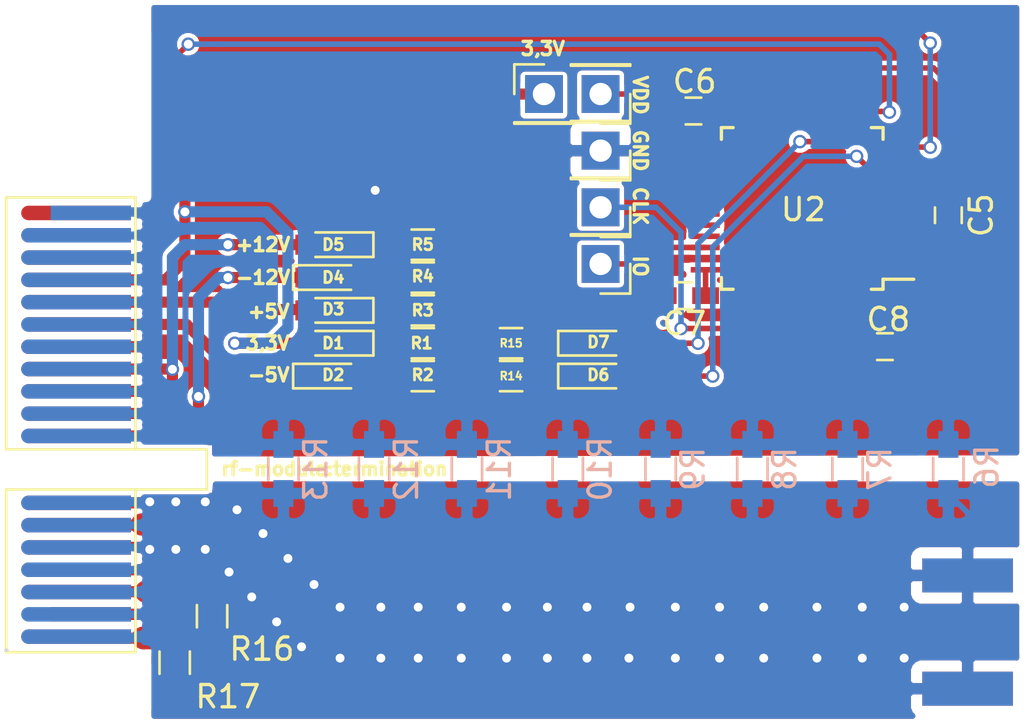
<source format=kicad_pcb>
(kicad_pcb (version 4) (host pcbnew 4.0.7)
  (layers (0 F.Cu signal) (31 B.Cu signal) (34 B.Paste user) (35 F.Paste user) (36 B.SilkS user) (37 F.SilkS user) (38 B.Mask user) (39 F.Mask user) (44 Edge.Cuts user))
  (net 0 "")
  (net 1 /+5V)
  (net 2 GND)
  (net 3 "Net-(D1-Pad1)")
  (net 4 /3,3V)
  (net 5 /-5V)
  (net 6 "Net-(D2-Pad2)")
  (net 7 "Net-(D3-Pad1)")
  (net 8 /-12V)
  (net 9 "Net-(D4-Pad2)")
  (net 10 "Net-(D5-Pad1)")
  (net 11 /+12V)
  (net 12 "Net-(D6-Pad1)")
  (net 13 "Net-(D6-Pad2)")
  (net 14 "Net-(D7-Pad1)")
  (net 15 "Net-(D7-Pad2)")
  (net 16 /RF-SIGNAL)
  (net 17 /RF-GND)
  (net 18 /RX-PC)
  (net 19 /TX-PC)
  (net 20 /REF)
  (net 21 /AUX)
  (net 22 /VDD)
  (net 23 "Net-(U2-Pad1)")
  (net 24 "Net-(U2-Pad2)")
  (net 25 "Net-(U2-Pad3)")
  (net 26 "Net-(U2-Pad4)")
  (net 27 "Net-(U2-Pad5)")
  (net 28 "Net-(U2-Pad6)")
  (net 29 "Net-(U2-Pad14)")
  (net 30 "Net-(U2-Pad15)")
  (net 31 "Net-(U2-Pad16)")
  (net 32 "Net-(U2-Pad17)")
  (net 33 "Net-(U2-Pad18)")
  (net 34 "Net-(U2-Pad19)")
  (net 35 "Net-(U2-Pad21)")
  (net 36 "Net-(U2-Pad22)")
  (net 37 "Net-(U2-Pad25)")
  (net 38 "Net-(U2-Pad26)")
  (net 39 "Net-(U2-Pad27)")
  (net 40 "Net-(U2-Pad28)")
  (net 41 "Net-(U2-Pad29)")
  (net 42 "Net-(U2-Pad32)")
  (net 43 "Net-(U2-Pad33)")
  (net 44 "Net-(U2-Pad38)")
  (net 45 "Net-(U2-Pad39)")
  (net 46 "Net-(U2-Pad40)")
  (net 47 "Net-(U2-Pad41)")
  (net 48 "Net-(U2-Pad42)")
  (net 49 "Net-(U2-Pad43)")
  (net 50 "Net-(U2-Pad45)")
  (net 51 "Net-(U2-Pad46)")
  (net 52 /SWDIO)
  (net 53 /SWCLK)
  (net 54 "Net-(U2-Pad30)")
  (net 55 "Net-(U2-Pad31)")
  (module Resistors_SMD:R_0603_HandSoldering (layer B.Cu) (at 165.1 113.2332 90)
    (fp_text reference R6 (at 0.1016 1.7272 90) (layer B.SilkS) (effects (justify mirror)))
    (fp_text value R)
    (pad 1 smd rect (at -1.1 0 90) (size 1.2 0.9) (layers B.Cu B.Paste B.Mask) (net 17 /RF-GND))
    (pad 2 smd rect (at 1.1 0 90) (size 1.2 0.9) (layers B.Cu B.Paste B.Mask) (net 2 GND))
  )
  (module LEDs:LED_0603_HandSoldering (layer F.Cu) (at 137.5156 107.5944 180)
    (fp_text reference D1 (at 0 0 180) (layer F.SilkS) (effects (font (size 0.5 0.5) (thickness 0.125))))
    (fp_text value "LED gelb")
    (pad 1 smd rect (at -1.1 0 180) (size 1.2 0.9) (layers F.Cu F.Paste F.Mask) (net 3 "Net-(D1-Pad1)"))
    (pad 2 smd rect (at 1.1 0 180) (size 1.2 0.9) (layers F.Cu F.Paste F.Mask) (net 4 /3,3V))
  )
  (module LEDs:LED_0603_HandSoldering (layer F.Cu) (at 137.5156 109.0676)
    (fp_text reference D2 (at 0 -0.0508) (layer F.SilkS) (effects (font (size 0.5 0.5) (thickness 0.125))))
    (fp_text value "LED rot")
    (pad 1 smd rect (at -1.1 0) (size 1.2 0.9) (layers F.Cu F.Paste F.Mask) (net 5 /-5V))
    (pad 2 smd rect (at 1.1 0) (size 1.2 0.9) (layers F.Cu F.Paste F.Mask) (net 6 "Net-(D2-Pad2)"))
  )
  (module LEDs:LED_0603_HandSoldering (layer F.Cu) (at 137.5156 106.1212 180)
    (fp_text reference D3 (at 0 0.0508 180) (layer F.SilkS) (effects (font (size 0.5 0.5) (thickness 0.125))))
    (fp_text value "LED grün")
    (pad 1 smd rect (at -1.1 0 180) (size 1.2 0.9) (layers F.Cu F.Paste F.Mask) (net 7 "Net-(D3-Pad1)"))
    (pad 2 smd rect (at 1.1 0 180) (size 1.2 0.9) (layers F.Cu F.Paste F.Mask) (net 1 /+5V))
  )
  (module LEDs:LED_0603_HandSoldering (layer F.Cu) (at 137.5156 104.648)
    (fp_text reference D4 (at 0 0) (layer F.SilkS) (effects (font (size 0.5 0.5) (thickness 0.125))))
    (fp_text value "LED rot")
    (pad 1 smd rect (at -1.1 0) (size 1.2 0.9) (layers F.Cu F.Paste F.Mask) (net 8 /-12V))
    (pad 2 smd rect (at 1.1 0) (size 1.2 0.9) (layers F.Cu F.Paste F.Mask) (net 9 "Net-(D4-Pad2)"))
  )
  (module LEDs:LED_0603_HandSoldering (layer F.Cu) (at 137.5156 103.1748 180)
    (fp_text reference D5 (at 0 0 180) (layer F.SilkS) (effects (font (size 0.5 0.5) (thickness 0.125))))
    (fp_text value "LED grün")
    (pad 1 smd rect (at -1.1 0 180) (size 1.2 0.9) (layers F.Cu F.Paste F.Mask) (net 10 "Net-(D5-Pad1)"))
    (pad 2 smd rect (at 1.1 0 180) (size 1.2 0.9) (layers F.Cu F.Paste F.Mask) (net 11 /+12V))
  )
  (module LEDs:LED_0603_HandSoldering (layer F.Cu) (at 149.4028 109.0676)
    (fp_text reference D6 (at 0 -0.0508) (layer F.SilkS) (effects (font (size 0.5 0.5) (thickness 0.125))))
    (fp_text value "LED rot")
    (pad 1 smd rect (at -1.1 0) (size 1.2 0.9) (layers F.Cu F.Paste F.Mask) (net 12 "Net-(D6-Pad1)"))
    (pad 2 smd rect (at 1.1 0) (size 1.2 0.9) (layers F.Cu F.Paste F.Mask) (net 13 "Net-(D6-Pad2)"))
  )
  (module LEDs:LED_0603_HandSoldering (layer F.Cu) (at 149.4028 107.5944)
    (fp_text reference D7 (at 0 -0.0508) (layer F.SilkS) (effects (font (size 0.5 0.5) (thickness 0.125))))
    (fp_text value "LED grün")
    (pad 1 smd rect (at -1.1 0) (size 1.2 0.9) (layers F.Cu F.Paste F.Mask) (net 14 "Net-(D7-Pad1)"))
    (pad 2 smd rect (at 1.1 0) (size 1.2 0.9) (layers F.Cu F.Paste F.Mask) (net 15 "Net-(D7-Pad2)"))
  )
  (module Connectors:PCI-EXPRESS (layer F.Cu) (at 126.6444 101.7524 270)
    (fp_text reference J2 hide)
    (fp_text value PCIx136p)
    (pad "" connect circle (at 19 2.8 270) (size 0.65 0.65) (layers F.Cu F.Mask))
    (pad B1 connect rect (at 0 0.5 270) (size 0.65 4.6) (layers F.Cu F.Mask) (net 18 /RX-PC))
    (pad B2 connect rect (at 1 0.5 270) (size 0.65 4.6) (layers F.Cu F.Mask) (net 19 /TX-PC))
    (pad B3 connect rect (at 2 0.5 270) (size 0.65 4.6) (layers F.Cu F.Mask) (net 2 GND))
    (pad B4 connect rect (at 3 0.5 270) (size 0.65 4.6) (layers F.Cu F.Mask) (net 4 /3,3V))
    (pad B5 connect rect (at 4 0.5 270) (size 0.65 4.6) (layers F.Cu F.Mask) (net 1 /+5V))
    (pad B6 connect rect (at 5 0.5 270) (size 0.65 4.6) (layers F.Cu F.Mask) (net 5 /-5V))
    (pad B7 connect rect (at 6 0.5 270) (size 0.65 4.6) (layers F.Cu F.Mask) (net 2 GND))
    (pad B8 connect rect (at 7 0.5 270) (size 0.65 4.6) (layers F.Cu F.Mask) (net 11 /+12V))
    (pad B9 connect rect (at 8 0.5 270) (size 0.65 4.6) (layers F.Cu F.Mask) (net 11 /+12V))
    (pad B10 connect rect (at 9 0.5 270) (size 0.65 4.6) (layers F.Cu F.Mask) (net 8 /-12V))
    (pad B11 connect rect (at 10 0.5 270) (size 0.65 4.6) (layers F.Cu F.Mask) (net 8 /-12V))
    (pad B14 connect rect (at 15 0.5 270) (size 0.65 4.6) (layers F.Cu F.Mask) (net 17 /RF-GND))
    (pad B15 connect rect (at 16 0.5 270) (size 0.65 4.6) (layers F.Cu F.Mask) (net 17 /RF-GND))
    (pad B16 connect rect (at 17 0.5 270) (size 0.65 4.6) (layers F.Cu F.Mask) (net 20 /REF))
    (pad B17 connect rect (at 18 0 270) (size 0.65 3.6) (layers F.Cu F.Mask) (net 17 /RF-GND))
    (pad B18 connect rect (at 19 0.5 270) (size 0.65 4.6) (layers F.Cu F.Mask) (net 21 /AUX))
    (pad B12 connect rect (at 13 0.5 270) (size 0.65 4.6) (layers F.Cu F.Mask) (net 17 /RF-GND))
    (pad B13 connect rect (at 14 0.5 270) (size 0.65 4.6) (layers F.Cu F.Mask) (net 16 /RF-SIGNAL))
    (pad A1 connect rect (at 0 0 270) (size 0.65 3.6) (layers B.Cu B.Mask) (net 2 GND))
    (pad A2 connect rect (at 1 0.5 270) (size 0.65 4.6) (layers B.Cu B.Mask) (net 2 GND))
    (pad A3 connect rect (at 2 0.5 270) (size 0.65 4.6) (layers B.Cu B.Mask) (net 2 GND))
    (pad A4 connect rect (at 3 0.5 270) (size 0.65 4.6) (layers B.Cu B.Mask) (net 2 GND))
    (pad A5 connect rect (at 4 0.5 270) (size 0.65 4.6) (layers B.Cu B.Mask) (net 2 GND))
    (pad A6 connect rect (at 5 0.5 270) (size 0.65 4.6) (layers B.Cu B.Mask) (net 2 GND))
    (pad A7 connect rect (at 6 0.5 270) (size 0.65 4.6) (layers B.Cu B.Mask) (net 2 GND))
    (pad A8 connect rect (at 7 0.5 270) (size 0.65 4.6) (layers B.Cu B.Mask) (net 2 GND))
    (pad A9 connect rect (at 8 0.5 270) (size 0.65 4.6) (layers B.Cu B.Mask) (net 2 GND))
    (pad A10 connect rect (at 9 0.5 270) (size 0.65 4.6) (layers B.Cu B.Mask) (net 2 GND))
    (pad A11 connect rect (at 10 0.5 270) (size 0.65 4.6) (layers B.Cu B.Mask) (net 2 GND))
    (pad A14 connect rect (at 15 0.5 270) (size 0.65 4.6) (layers B.Cu B.Mask) (net 17 /RF-GND))
    (pad A15 connect rect (at 16 0.5 270) (size 0.65 4.6) (layers B.Cu B.Mask) (net 17 /RF-GND))
    (pad A16 connect rect (at 17 0.5 270) (size 0.65 4.6) (layers B.Cu B.Mask) (net 17 /RF-GND))
    (pad A17 connect rect (at 18 0.5 270) (size 0.65 4.6) (layers B.Cu B.Mask) (net 17 /RF-GND))
    (pad A18 connect rect (at 19 0.5 270) (size 0.65 4.6) (layers B.Cu B.Mask) (net 17 /RF-GND))
    (pad A12 connect rect (at 13 0.5 270) (size 0.65 4.6) (layers B.Cu B.Mask) (net 17 /RF-GND))
    (pad A13 connect rect (at 14 0.5 270) (size 0.65 4.6) (layers B.Cu B.Mask) (net 17 /RF-GND))
    (pad "" connect circle (at 2 2.8 270) (size 0.65 0.65) (layers F.Cu F.Mask))
    (pad "" connect circle (at 3 2.8 270) (size 0.65 0.65) (layers F.Cu F.Mask))
    (pad "" connect circle (at 4 2.8 270) (size 0.65 0.65) (layers F.Cu F.Mask))
    (pad "" connect circle (at 5 2.8 270) (size 0.65 0.65) (layers F.Cu F.Mask))
    (pad "" connect circle (at 6 2.8 270) (size 0.65 0.65) (layers F.Cu F.Mask))
    (pad "" connect circle (at 7 2.8 270) (size 0.65 0.65) (layers F.Cu F.Mask))
    (pad "" connect circle (at 8 2.8 270) (size 0.65 0.65) (layers F.Cu F.Mask))
    (pad "" connect circle (at 9 2.8 270) (size 0.65 0.65) (layers F.Cu F.Mask))
    (pad "" connect circle (at 10 2.8 270) (size 0.65 0.65) (layers F.Cu F.Mask))
    (pad "" connect circle (at 0 2.8 270) (size 0.65 0.65) (layers F.Cu F.Mask))
    (pad "" connect circle (at 13 2.8 270) (size 0.65 0.65) (layers F.Cu F.Mask))
    (pad "" connect circle (at 14 2.8 270) (size 0.65 0.65) (layers F.Cu F.Mask))
    (pad "" connect circle (at 15 2.8 270) (size 0.65 0.65) (layers F.Cu F.Mask))
    (pad "" connect circle (at 16 2.8 270) (size 0.65 0.65) (layers F.Cu F.Mask))
    (pad "" connect circle (at 17 2.8 270) (size 0.65 0.65) (layers F.Cu F.Mask))
    (pad "" connect circle (at 1 2.8 270) (size 0.65 0.65) (layers F.Cu F.Mask))
    (pad "" connect oval (at 3 2.8) (size 0.65 0.65) (layers B.Cu B.Mask))
    (pad "" connect oval (at 4 2.8) (size 0.65 0.65) (layers B.Cu B.Mask))
    (pad "" connect oval (at 5 2.8) (size 0.65 0.65) (layers B.Cu B.Mask))
    (pad "" connect oval (at 6 2.8) (size 0.65 0.65) (layers B.Cu B.Mask))
    (pad "" connect oval (at 7 2.8) (size 0.65 0.65) (layers B.Cu B.Mask))
    (pad "" connect oval (at 8 2.8) (size 0.65 0.65) (layers B.Cu B.Mask))
    (pad "" connect oval (at 9 2.8) (size 0.65 0.65) (layers B.Cu B.Mask))
    (pad "" connect oval (at 15 2.8) (size 0.65 0.65) (layers B.Cu B.Mask))
    (pad "" connect oval (at 16 2.8) (size 0.65 0.65) (layers B.Cu B.Mask))
    (pad "" connect oval (at 2 2.8) (size 0.65 0.65) (layers B.Cu B.Mask))
    (pad "" connect oval (at 14 2.8) (size 0.65 0.65) (layers B.Cu B.Mask))
    (pad "" connect oval (at 17 2.8) (size 0.65 0.65) (layers B.Cu B.Mask))
    (pad "" connect oval (at 10 2.8) (size 0.65 0.65) (layers B.Cu B.Mask))
    (pad "" connect oval (at 13 2.8) (size 0.65 0.65) (layers B.Cu B.Mask))
    (pad "" connect oval (at 18 2.8) (size 0.65 0.65) (layers B.Cu B.Mask))
    (pad "" connect oval (at 19 2.8) (size 0.65 0.65) (layers B.Cu B.Mask))
    (pad "" connect oval (at 1 2.8) (size 0.65 0.65) (layers B.Cu B.Mask))
  )
  (module Pin_Headers:Pin_Header_Straight_1x01_Pitch2.54mm (layer F.Cu) (at 149.5044 104.0384 180)
    (fp_text reference J3 hide)
    (fp_text value Conn_01x01)
    (pad 1 thru_hole rect (at 0 0 180) (size 1.7 1.7) (drill 1) (layers *.Cu *.Mask) (net 52 /SWDIO))
  )
  (module Pin_Headers:Pin_Header_Straight_1x01_Pitch2.54mm (layer F.Cu) (at 149.5044 101.4984 180)
    (fp_text reference J4 hide)
    (fp_text value Conn_01x01)
    (pad 1 thru_hole rect (at 0 0 180) (size 1.7 1.7) (drill 1) (layers *.Cu *.Mask) (net 53 /SWCLK))
  )
  (module Pin_Headers:Pin_Header_Straight_1x01_Pitch2.54mm (layer F.Cu) (at 149.5044 96.4184 180)
    (fp_text reference J5 hide)
    (fp_text value Conn_01x01)
    (pad 1 thru_hole rect (at 0 0 180) (size 1.7 1.7) (drill 1) (layers *.Cu *.Mask) (net 22 /VDD))
  )
  (module Pin_Headers:Pin_Header_Straight_1x01_Pitch2.54mm (layer F.Cu) (at 149.5044 98.9584 180)
    (fp_text reference J6 hide)
    (fp_text value Conn_01x01)
    (pad 1 thru_hole rect (at 0 0 180) (size 1.7 1.7) (drill 1) (layers *.Cu *.Mask) (net 2 GND))
  )
  (module Resistors_SMD:R_0603_HandSoldering (layer F.Cu) (at 141.5288 107.5944 180)
    (fp_text reference R1 (at 0.0508 0 180) (layer F.SilkS) (effects (font (size 0.5 0.5) (thickness 0.125))))
    (fp_text value 120)
    (pad 1 smd rect (at -1.1 0 180) (size 1.2 0.9) (layers F.Cu F.Paste F.Mask) (net 2 GND))
    (pad 2 smd rect (at 1.1 0 180) (size 1.2 0.9) (layers F.Cu F.Paste F.Mask) (net 3 "Net-(D1-Pad1)"))
  )
  (module Resistors_SMD:R_0603_HandSoldering (layer F.Cu) (at 141.5288 109.0676 180)
    (fp_text reference R2 (at 0 0.0508 180) (layer F.SilkS) (effects (font (size 0.5 0.5) (thickness 0.125))))
    (fp_text value 300)
    (pad 1 smd rect (at -1.1 0 180) (size 1.2 0.9) (layers F.Cu F.Paste F.Mask) (net 2 GND))
    (pad 2 smd rect (at 1.1 0 180) (size 1.2 0.9) (layers F.Cu F.Paste F.Mask) (net 6 "Net-(D2-Pad2)"))
  )
  (module Resistors_SMD:R_0603_HandSoldering (layer F.Cu) (at 141.5288 106.1212 180)
    (fp_text reference R3 (at 0 0 180) (layer F.SilkS) (effects (font (size 0.5 0.5) (thickness 0.125))))
    (fp_text value 300)
    (pad 1 smd rect (at -1.1 0 180) (size 1.2 0.9) (layers F.Cu F.Paste F.Mask) (net 2 GND))
    (pad 2 smd rect (at 1.1 0 180) (size 1.2 0.9) (layers F.Cu F.Paste F.Mask) (net 7 "Net-(D3-Pad1)"))
  )
  (module Resistors_SMD:R_0603_HandSoldering (layer F.Cu) (at 141.5288 104.648 180)
    (fp_text reference R4 (at 0 0.0508 180) (layer F.SilkS) (effects (font (size 0.5 0.5) (thickness 0.125))))
    (fp_text value 1k)
    (pad 1 smd rect (at -1.1 0 180) (size 1.2 0.9) (layers F.Cu F.Paste F.Mask) (net 2 GND))
    (pad 2 smd rect (at 1.1 0 180) (size 1.2 0.9) (layers F.Cu F.Paste F.Mask) (net 9 "Net-(D4-Pad2)"))
  )
  (module Resistors_SMD:R_0603_HandSoldering (layer F.Cu) (at 141.5288 103.1748 180)
    (fp_text reference R5 (at 0 0 180) (layer F.SilkS) (effects (font (size 0.5 0.5) (thickness 0.125))))
    (fp_text value 1k)
    (pad 1 smd rect (at -1.1 0 180) (size 1.2 0.9) (layers F.Cu F.Paste F.Mask) (net 2 GND))
    (pad 2 smd rect (at 1.1 0 180) (size 1.2 0.9) (layers F.Cu F.Paste F.Mask) (net 10 "Net-(D5-Pad1)"))
  )
  (module Resistors_SMD:R_0603_HandSoldering (layer B.Cu) (at 160.5788 113.2332 90)
    (fp_text reference R7 (at 0 1.45 90) (layer B.SilkS) (effects (justify mirror)))
    (fp_text value R)
    (pad 1 smd rect (at -1.1 0 90) (size 1.2 0.9) (layers B.Cu B.Paste B.Mask) (net 17 /RF-GND))
    (pad 2 smd rect (at 1.1 0 90) (size 1.2 0.9) (layers B.Cu B.Paste B.Mask) (net 2 GND))
  )
  (module Resistors_SMD:R_0603_HandSoldering (layer B.Cu) (at 156.3116 113.2332 90)
    (fp_text reference R8 (at 0 1.45 90) (layer B.SilkS) (effects (justify mirror)))
    (fp_text value R)
    (pad 1 smd rect (at -1.1 0 90) (size 1.2 0.9) (layers B.Cu B.Paste B.Mask) (net 17 /RF-GND))
    (pad 2 smd rect (at 1.1 0 90) (size 1.2 0.9) (layers B.Cu B.Paste B.Mask) (net 2 GND))
  )
  (module Resistors_SMD:R_0603_HandSoldering (layer B.Cu) (at 152.1968 113.2332 90)
    (fp_text reference R9 (at 0 1.45 90) (layer B.SilkS) (effects (justify mirror)))
    (fp_text value R)
    (pad 1 smd rect (at -1.1 0 90) (size 1.2 0.9) (layers B.Cu B.Paste B.Mask) (net 17 /RF-GND))
    (pad 2 smd rect (at 1.1 0 90) (size 1.2 0.9) (layers B.Cu B.Paste B.Mask) (net 2 GND))
  )
  (module Resistors_SMD:R_0603_HandSoldering (layer B.Cu) (at 148.0312 113.2332 90)
    (fp_text reference R10 (at 0 1.45 90) (layer B.SilkS) (effects (justify mirror)))
    (fp_text value R)
    (pad 1 smd rect (at -1.1 0 90) (size 1.2 0.9) (layers B.Cu B.Paste B.Mask) (net 17 /RF-GND))
    (pad 2 smd rect (at 1.1 0 90) (size 1.2 0.9) (layers B.Cu B.Paste B.Mask) (net 2 GND))
  )
  (module Resistors_SMD:R_0603_HandSoldering (layer B.Cu) (at 143.51 113.2332 90)
    (fp_text reference R11 (at 0 1.45 90) (layer B.SilkS) (effects (justify mirror)))
    (fp_text value R)
    (pad 1 smd rect (at -1.1 0 90) (size 1.2 0.9) (layers B.Cu B.Paste B.Mask) (net 17 /RF-GND))
    (pad 2 smd rect (at 1.1 0 90) (size 1.2 0.9) (layers B.Cu B.Paste B.Mask) (net 2 GND))
  )
  (module Resistors_SMD:R_0603_HandSoldering (layer B.Cu) (at 139.3444 113.2332 90)
    (fp_text reference R12 (at 0 1.45 90) (layer B.SilkS) (effects (justify mirror)))
    (fp_text value R)
    (pad 1 smd rect (at -1.1 0 90) (size 1.2 0.9) (layers B.Cu B.Paste B.Mask) (net 17 /RF-GND))
    (pad 2 smd rect (at 1.1 0 90) (size 1.2 0.9) (layers B.Cu B.Paste B.Mask) (net 2 GND))
  )
  (module Resistors_SMD:R_0603_HandSoldering (layer B.Cu) (at 135.2804 113.2332 90)
    (fp_text reference R13 (at 0 1.45 90) (layer B.SilkS) (effects (justify mirror)))
    (fp_text value R)
    (pad 1 smd rect (at -1.1 0 90) (size 1.2 0.9) (layers B.Cu B.Paste B.Mask) (net 17 /RF-GND))
    (pad 2 smd rect (at 1.1 0 90) (size 1.2 0.9) (layers B.Cu B.Paste B.Mask) (net 2 GND))
  )
  (module Resistors_SMD:R_0603_HandSoldering (layer F.Cu) (at 145.4912 109.0676)
    (fp_text reference R14 (at 0 0) (layer F.SilkS) (effects (font (size 0.35 0.35) (thickness 0.0875))))
    (fp_text value 110)
    (pad 1 smd rect (at -1.1 0) (size 1.2 0.9) (layers F.Cu F.Paste F.Mask) (net 2 GND))
    (pad 2 smd rect (at 1.1 0) (size 1.2 0.9) (layers F.Cu F.Paste F.Mask) (net 12 "Net-(D6-Pad1)"))
  )
  (module Resistors_SMD:R_0603_HandSoldering (layer F.Cu) (at 145.4912 107.5944)
    (fp_text reference R15 (at 0 0) (layer F.SilkS) (effects (font (size 0.35 0.35) (thickness 0.0875))))
    (fp_text value 130)
    (pad 1 smd rect (at -1.1 0) (size 1.2 0.9) (layers F.Cu F.Paste F.Mask) (net 2 GND))
    (pad 2 smd rect (at 1.1 0) (size 1.2 0.9) (layers F.Cu F.Paste F.Mask) (net 14 "Net-(D7-Pad1)"))
  )
  (module uC:LQFP-48_7x7mm_Pitch0.5mm (layer F.Cu) (at 158.5468 101.5492 180)
    (fp_text reference U2 (at -0.0508 -0.0508 180) (layer F.SilkS))
    (fp_text value STM32-48PIN)
    (pad 1 smd rect (at -4.35 -2.75 180) (size 1.3 0.25) (layers F.Cu F.Paste F.Mask) (net 23 "Net-(U2-Pad1)"))
    (pad 2 smd rect (at -4.35 -2.25 180) (size 1.3 0.25) (layers F.Cu F.Paste F.Mask) (net 24 "Net-(U2-Pad2)"))
    (pad 3 smd rect (at -4.35 -1.75 180) (size 1.3 0.25) (layers F.Cu F.Paste F.Mask) (net 25 "Net-(U2-Pad3)"))
    (pad 4 smd rect (at -4.35 -1.25 180) (size 1.3 0.25) (layers F.Cu F.Paste F.Mask) (net 26 "Net-(U2-Pad4)"))
    (pad 5 smd rect (at -4.35 -0.75 180) (size 1.3 0.25) (layers F.Cu F.Paste F.Mask) (net 27 "Net-(U2-Pad5)"))
    (pad 6 smd rect (at -4.35 -0.25 180) (size 1.3 0.25) (layers F.Cu F.Paste F.Mask) (net 28 "Net-(U2-Pad6)"))
    (pad 7 smd rect (at -4.35 0.25 180) (size 1.3 0.25) (layers F.Cu F.Paste F.Mask) (net 22 /VDD))
    (pad 8 smd rect (at -4.35 0.75 180) (size 1.3 0.25) (layers F.Cu F.Paste F.Mask) (net 2 GND))
    (pad 9 smd rect (at -4.35 1.25 180) (size 1.3 0.25) (layers F.Cu F.Paste F.Mask) (net 22 /VDD))
    (pad 10 smd rect (at -4.35 1.75 180) (size 1.3 0.25) (layers F.Cu F.Paste F.Mask) (net 13 "Net-(D6-Pad2)"))
    (pad 11 smd rect (at -4.35 2.25 180) (size 1.3 0.25) (layers F.Cu F.Paste F.Mask) (net 15 "Net-(D7-Pad2)"))
    (pad 12 smd rect (at -4.35 2.75 180) (size 1.3 0.25) (layers F.Cu F.Paste F.Mask) (net 18 /RX-PC))
    (pad 13 smd rect (at -2.75 4.35 270) (size 1.3 0.25) (layers F.Cu F.Paste F.Mask) (net 19 /TX-PC))
    (pad 14 smd rect (at -2.25 4.35 270) (size 1.3 0.25) (layers F.Cu F.Paste F.Mask) (net 29 "Net-(U2-Pad14)"))
    (pad 15 smd rect (at -1.75 4.35 270) (size 1.3 0.25) (layers F.Cu F.Paste F.Mask) (net 30 "Net-(U2-Pad15)"))
    (pad 16 smd rect (at -1.25 4.35 270) (size 1.3 0.25) (layers F.Cu F.Paste F.Mask) (net 31 "Net-(U2-Pad16)"))
    (pad 17 smd rect (at -0.75 4.35 270) (size 1.3 0.25) (layers F.Cu F.Paste F.Mask) (net 32 "Net-(U2-Pad17)"))
    (pad 18 smd rect (at -0.25 4.35 270) (size 1.3 0.25) (layers F.Cu F.Paste F.Mask) (net 33 "Net-(U2-Pad18)"))
    (pad 19 smd rect (at 0.25 4.35 270) (size 1.3 0.25) (layers F.Cu F.Paste F.Mask) (net 34 "Net-(U2-Pad19)"))
    (pad 20 smd rect (at 0.75 4.35 270) (size 1.3 0.25) (layers F.Cu F.Paste F.Mask) (net 2 GND))
    (pad 21 smd rect (at 1.25 4.35 270) (size 1.3 0.25) (layers F.Cu F.Paste F.Mask) (net 35 "Net-(U2-Pad21)"))
    (pad 22 smd rect (at 1.75 4.35 270) (size 1.3 0.25) (layers F.Cu F.Paste F.Mask) (net 36 "Net-(U2-Pad22)"))
    (pad 23 smd rect (at 2.25 4.35 270) (size 1.3 0.25) (layers F.Cu F.Paste F.Mask) (net 2 GND))
    (pad 24 smd rect (at 2.75 4.35 270) (size 1.3 0.25) (layers F.Cu F.Paste F.Mask) (net 22 /VDD))
    (pad 25 smd rect (at 4.35 2.75 180) (size 1.3 0.25) (layers F.Cu F.Paste F.Mask) (net 37 "Net-(U2-Pad25)"))
    (pad 26 smd rect (at 4.35 2.25 180) (size 1.3 0.25) (layers F.Cu F.Paste F.Mask) (net 38 "Net-(U2-Pad26)"))
    (pad 27 smd rect (at 4.35 1.75 180) (size 1.3 0.25) (layers F.Cu F.Paste F.Mask) (net 39 "Net-(U2-Pad27)"))
    (pad 28 smd rect (at 4.35 1.25 180) (size 1.3 0.25) (layers F.Cu F.Paste F.Mask) (net 40 "Net-(U2-Pad28)"))
    (pad 29 smd rect (at 4.35 0.75 180) (size 1.3 0.25) (layers F.Cu F.Paste F.Mask) (net 41 "Net-(U2-Pad29)"))
    (pad 30 smd rect (at 4.35 0.25 180) (size 1.3 0.25) (layers F.Cu F.Paste F.Mask) (net 54 "Net-(U2-Pad30)"))
    (pad 31 smd rect (at 4.35 -0.25 180) (size 1.3 0.25) (layers F.Cu F.Paste F.Mask) (net 55 "Net-(U2-Pad31)"))
    (pad 32 smd rect (at 4.35 -0.75 180) (size 1.3 0.25) (layers F.Cu F.Paste F.Mask) (net 42 "Net-(U2-Pad32)"))
    (pad 33 smd rect (at 4.35 -1.25 180) (size 1.3 0.25) (layers F.Cu F.Paste F.Mask) (net 43 "Net-(U2-Pad33)"))
    (pad 34 smd rect (at 4.35 -1.75 180) (size 1.3 0.25) (layers F.Cu F.Paste F.Mask) (net 52 /SWDIO))
    (pad 35 smd rect (at 4.35 -2.25 180) (size 1.3 0.25) (layers F.Cu F.Paste F.Mask) (net 2 GND))
    (pad 36 smd rect (at 4.35 -2.75 180) (size 1.3 0.25) (layers F.Cu F.Paste F.Mask) (net 22 /VDD))
    (pad 37 smd rect (at 2.75 -4.35 270) (size 1.3 0.25) (layers F.Cu F.Paste F.Mask) (net 53 /SWCLK))
    (pad 38 smd rect (at 2.25 -4.35 270) (size 1.3 0.25) (layers F.Cu F.Paste F.Mask) (net 44 "Net-(U2-Pad38)"))
    (pad 39 smd rect (at 1.75 -4.35 270) (size 1.3 0.25) (layers F.Cu F.Paste F.Mask) (net 45 "Net-(U2-Pad39)"))
    (pad 40 smd rect (at 1.25 -4.35 270) (size 1.3 0.25) (layers F.Cu F.Paste F.Mask) (net 46 "Net-(U2-Pad40)"))
    (pad 41 smd rect (at 0.75 -4.35 270) (size 1.3 0.25) (layers F.Cu F.Paste F.Mask) (net 47 "Net-(U2-Pad41)"))
    (pad 42 smd rect (at 0.25 -4.35 270) (size 1.3 0.25) (layers F.Cu F.Paste F.Mask) (net 48 "Net-(U2-Pad42)"))
    (pad 43 smd rect (at -0.25 -4.35 270) (size 1.3 0.25) (layers F.Cu F.Paste F.Mask) (net 49 "Net-(U2-Pad43)"))
    (pad 44 smd rect (at -0.75 -4.35 270) (size 1.3 0.25) (layers F.Cu F.Paste F.Mask) (net 2 GND))
    (pad 45 smd rect (at -1.25 -4.35 270) (size 1.3 0.25) (layers F.Cu F.Paste F.Mask) (net 50 "Net-(U2-Pad45)"))
    (pad 46 smd rect (at -1.75 -4.35 270) (size 1.3 0.25) (layers F.Cu F.Paste F.Mask) (net 51 "Net-(U2-Pad46)"))
    (pad 47 smd rect (at -2.25 -4.35 270) (size 1.3 0.25) (layers F.Cu F.Paste F.Mask) (net 2 GND))
    (pad 48 smd rect (at -2.75 -4.35 270) (size 1.3 0.25) (layers F.Cu F.Paste F.Mask) (net 22 /VDD))
  )
  (module Capacitors_SMD:C_0603_HandSoldering (layer F.Cu) (at 165.1 101.854 90)
    (fp_text reference C5 (at 0 1.4732 90) (layer F.SilkS))
    (fp_text value 100n)
    (pad 1 smd rect (at -0.95 0 90) (size 1.2 0.75) (layers F.Cu F.Paste F.Mask) (net 22 /VDD))
    (pad 2 smd rect (at 0.95 0 90) (size 1.2 0.75) (layers F.Cu F.Paste F.Mask) (net 2 GND))
  )
  (module Capacitors_SMD:C_0603_HandSoldering (layer F.Cu) (at 153.67 97.1804 180)
    (fp_text reference C6 (at -0.0508 1.3208 180) (layer F.SilkS))
    (fp_text value 100n)
    (pad 1 smd rect (at -0.95 0 180) (size 1.2 0.75) (layers F.Cu F.Paste F.Mask) (net 22 /VDD))
    (pad 2 smd rect (at 0.95 0 180) (size 1.2 0.75) (layers F.Cu F.Paste F.Mask) (net 2 GND))
  )
  (module Capacitors_SMD:C_0603_HandSoldering (layer F.Cu) (at 153.2636 105.4608 180)
    (fp_text reference C7 (at 0 -1.25 180) (layer F.SilkS))
    (fp_text value 100n)
    (pad 1 smd rect (at -0.95 0 180) (size 1.2 0.75) (layers F.Cu F.Paste F.Mask) (net 22 /VDD))
    (pad 2 smd rect (at 0.95 0 180) (size 1.2 0.75) (layers F.Cu F.Paste F.Mask) (net 2 GND))
  )
  (module Capacitors_SMD:C_0603_HandSoldering (layer F.Cu) (at 162.2552 107.7468)
    (fp_text reference C8 (at 0.1524 -1.2192) (layer F.SilkS))
    (fp_text value 100n)
    (pad 1 smd rect (at -0.95 0) (size 1.2 0.75) (layers F.Cu F.Paste F.Mask) (net 22 /VDD))
    (pad 2 smd rect (at 0.95 0) (size 1.2 0.75) (layers F.Cu F.Paste F.Mask) (net 2 GND))
  )
  (module Resistors_SMD:R_0603_HandSoldering (layer F.Cu) (at 132.08 119.8372 90)
    (fp_text reference R16 (at -1.4732 2.2352 180) (layer F.SilkS))
    (fp_text value 50)
    (pad 1 smd rect (at -1.1 0 90) (size 1.2 0.9) (layers F.Cu F.Paste F.Mask) (net 17 /RF-GND))
    (pad 2 smd rect (at 1.1 0 90) (size 1.2 0.9) (layers F.Cu F.Paste F.Mask) (net 20 /REF))
  )
  (module Resistors_SMD:R_0603_HandSoldering (layer F.Cu) (at 130.4036 121.92 90)
    (fp_text reference R17 (at -1.524 2.3876 180) (layer F.SilkS))
    (fp_text value 50)
    (pad 1 smd rect (at -1.1 0 90) (size 1.2 0.9) (layers F.Cu F.Paste F.Mask) (net 17 /RF-GND))
    (pad 2 smd rect (at 1.1 0 90) (size 1.2 0.9) (layers F.Cu F.Paste F.Mask) (net 21 /AUX))
  )
  (module Connector_PCIx1:CONSMAEDGE_ohne_Druck (layer F.Cu) (at 165.9636 120.5484 90)
    (fp_text reference J1 hide)
    (fp_text value Conn_Coaxial hide)
    (pad 1 smd rect (at 0 0 90) (size 1.524 4.064) (layers F.Cu F.Paste F.Mask) (net 16 /RF-SIGNAL))
    (pad 2 smd rect (at -2.54 0 90) (size 1.524 4.064) (layers F.Cu F.Paste F.Mask) (net 17 /RF-GND))
    (pad 2 smd rect (at 2.54 0 90) (size 1.524 4.064) (layers F.Cu F.Paste F.Mask) (net 17 /RF-GND))
    (pad 2 smd rect (at -2.54 0 90) (size 1.524 4.064) (layers B.Cu B.Paste B.Mask) (net 17 /RF-GND))
    (pad 2 smd rect (at 2.54 0 90) (size 1.524 4.064) (layers B.Cu B.Paste B.Mask) (net 17 /RF-GND))
  )
  (module Pin_Headers:Pin_Header_Straight_1x01_Pitch2.54mm (layer F.Cu) (at 146.9644 96.4184)
    (fp_text reference J7 hide)
    (fp_text value Conn_01x01)
    (pad 1 thru_hole rect (at 0 0) (size 1.7 1.7) (drill 1) (layers *.Cu *.Mask) (net 4 /3,3V))
  )
  (gr_text rf-module:termination (at 137.5664 113.2332) (layer F.SilkS) (effects (font (size 0.6 0.6))))
  (gr_line (start 129.1336 124.6632) (end 129.1336 121.3612) (angle 90) (layer Edge.Cuts) (width 0.001))
  (gr_line (start 168.5036 124.6632) (end 129.1336 124.6632) (angle 90) (layer Edge.Cuts) (width 0.001))
  (gr_line (start 168.5036 92.202) (end 168.5036 124.6632) (angle 90) (layer Edge.Cuts) (width 0.001))
  (gr_line (start 129.1336 92.202) (end 168.5036 92.202) (angle 90) (layer Edge.Cuts) (width 0.001))
  (gr_line (start 129.1336 95.5548) (end 129.1336 92.202) (angle 90) (layer Edge.Cuts) (width 0.001))
  (gr_line (start 131.826 112.3696) (end 131.826 114.1476) (angle 90) (layer Edge.Cuts) (width 0.001))
  (gr_line (start 129.1336 101.0412) (end 129.1336 95.5548) (angle 90) (layer Edge.Cuts) (width 0.001))
  (gr_text 3,3V (at 146.9136 94.3864) (layer F.SilkS) (effects (font (size 0.6 0.6))))
  (gr_text IO (at 151.2824 104.14 270) (layer F.SilkS) (effects (font (size 0.6 0.6))))
  (gr_text CLK (at 151.2824 101.4476 270) (layer F.SilkS) (effects (font (size 0.6 0.6))))
  (gr_text GND (at 151.2824 98.9584 270) (layer F.SilkS) (effects (font (size 0.6 0.6))))
  (gr_text VDD (at 151.2824 96.4692 270) (layer F.SilkS) (effects (font (size 0.6 0.6))))
  (gr_text +12V (at 134.366 103.1748) (layer F.SilkS) (effects (font (size 0.6 0.6))))
  (gr_text -12V (at 134.366 104.648) (layer F.SilkS) (effects (font (size 0.6 0.6))))
  (gr_text +5V (at 134.62 106.172) (layer F.SilkS) (effects (font (size 0.6 0.6))))
  (gr_text 3,3V (at 134.5692 107.5944) (layer F.SilkS) (effects (font (size 0.6 0.6))))
  (gr_text -5V (at 134.62 109.0168) (layer F.SilkS) (effects (font (size 0.6 0.6))))
  (gr_line (start 122.8344 112.3696) (end 131.826 112.3696) (angle 90) (layer Edge.Cuts) (width 0.001))
  (gr_line (start 122.8344 101.0412) (end 122.8344 112.3696) (angle 90) (layer Edge.Cuts) (width 0.001))
  (gr_line (start 129.1336 101.0412) (end 122.8344 101.0412) (angle 90) (layer Edge.Cuts) (width 0.001))
  (gr_line (start 122.8344 114.1476) (end 122.8344 121.3612) (angle 90) (layer Edge.Cuts) (width 0.001))
  (gr_line (start 131.826 114.1476) (end 122.8344 114.1476) (angle 90) (layer Edge.Cuts) (width 0.001))
  (gr_line (start 122.8344 121.3612) (end 122.8852 121.3612) (angle 90) (layer Edge.Cuts) (width 0.15))
  (gr_line (start 129.1336 121.3612) (end 122.8852 121.3612) (angle 90) (layer Edge.Cuts) (width 0.001))
  (segment (start 152.3136 106.6648) (end 152.2984 106.68) (width 0.25) (layer F.Cu) (net 0))
  (segment (start 152.2984 106.68) (end 152.3492 106.7308) (width 0.25) (layer B.Cu) (net 0))
  (segment (start 136.378473 106.084073) (end 134.328873 106.084073) (width 0.5) (layer F.Cu) (net 1))
  (segment (start 134.328873 106.084073) (end 133.9972 105.7524) (width 0.5) (layer F.Cu) (net 1))
  (segment (start 131.7752 105.7524) (end 126.1444 105.7524) (width 0.5) (layer F.Cu) (net 1))
  (segment (start 136.378473 106.084073) (end 136.4156 106.1212) (width 0.5) (layer F.Cu) (net 1))
  (segment (start 133.9972 105.7524) (end 131.7752 105.7524) (width 0.5) (layer F.Cu) (net 1))
  (segment (start 129.6416 102.8192) (end 129.8956 102.8192) (width 0.25) (layer B.Cu) (net 2))
  (segment (start 139.3952 99.1464) (end 139.3952 100.7364) (width 0.25) (layer F.Cu) (net 2))
  (via (at 139.3952 100.7364) (size 0.6) (drill 0.4) (layers F.Cu B.Cu) (net 2))
  (segment (start 131.7244 100.7364) (end 139.3952 100.7364) (width 0.25) (layer B.Cu) (net 2))
  (segment (start 129.6416 102.8192) (end 129.2352 102.8192) (width 0.25) (layer B.Cu) (net 2))
  (segment (start 130.4544 100.7364) (end 131.7244 100.7364) (width 0.25) (layer B.Cu) (net 2))
  (segment (start 130.1496 101.0412) (end 130.4544 100.7364) (width 0.25) (layer B.Cu) (net 2))
  (segment (start 130.1496 102.5652) (end 130.1496 101.0412) (width 0.25) (layer B.Cu) (net 2))
  (segment (start 129.8956 102.8192) (end 130.1496 102.5652) (width 0.25) (layer B.Cu) (net 2))
  (segment (start 162.8968 100.7992) (end 164.9952 100.7992) (width 0.25) (layer F.Cu) (net 2))
  (segment (start 164.9952 100.7992) (end 165.1 100.904) (width 0.25) (layer F.Cu) (net 2))
  (segment (start 142.6288 101.4476) (end 142.6288 99.1464) (width 0.25) (layer F.Cu) (net 2))
  (segment (start 142.6464 99.1616) (end 142.6464 99.1464) (width 0.25) (layer F.Cu) (net 2))
  (segment (start 142.644 99.1616) (end 142.6464 99.1616) (width 0.25) (layer F.Cu) (net 2))
  (segment (start 142.6288 99.1464) (end 142.644 99.1616) (width 0.25) (layer F.Cu) (net 2))
  (segment (start 144.3912 109.0676) (end 144.3912 107.5944) (width 0.25) (layer F.Cu) (net 2))
  (segment (start 142.6288 109.0676) (end 144.3912 109.0676) (width 0.25) (layer F.Cu) (net 2))
  (segment (start 142.6288 107.5944) (end 142.6288 109.0676) (width 0.25) (layer F.Cu) (net 2))
  (segment (start 142.6288 106.1212) (end 142.6288 107.5944) (width 0.25) (layer F.Cu) (net 2))
  (segment (start 142.6288 104.648) (end 142.6288 106.1212) (width 0.25) (layer F.Cu) (net 2))
  (segment (start 142.6288 103.1748) (end 142.6288 104.648) (width 0.25) (layer F.Cu) (net 2))
  (segment (start 142.6288 101.3792) (end 142.6288 101.4476) (width 0.25) (layer F.Cu) (net 2))
  (segment (start 142.6288 101.4476) (end 142.6288 103.1748) (width 0.25) (layer F.Cu) (net 2))
  (segment (start 129.2352 110.744) (end 126.1528 110.744) (width 0.25) (layer B.Cu) (net 2))
  (segment (start 126.1528 110.744) (end 126.1444 110.7524) (width 0.25) (layer B.Cu) (net 2))
  (segment (start 129.2352 109.7788) (end 126.1708 109.7788) (width 0.25) (layer B.Cu) (net 2))
  (segment (start 126.1708 109.7788) (end 126.1444 109.7524) (width 0.25) (layer B.Cu) (net 2))
  (segment (start 129.2352 108.7628) (end 126.1548 108.7628) (width 0.25) (layer B.Cu) (net 2))
  (segment (start 126.1548 108.7628) (end 126.1444 108.7524) (width 0.25) (layer B.Cu) (net 2))
  (segment (start 129.2352 107.7468) (end 126.15 107.7468) (width 0.25) (layer B.Cu) (net 2))
  (segment (start 126.15 107.7468) (end 126.1444 107.7524) (width 0.25) (layer B.Cu) (net 2))
  (segment (start 129.2352 106.7308) (end 126.166 106.7308) (width 0.25) (layer B.Cu) (net 2))
  (segment (start 126.166 106.7308) (end 126.1444 106.7524) (width 0.25) (layer B.Cu) (net 2))
  (segment (start 129.2352 105.7656) (end 126.1576 105.7656) (width 0.25) (layer B.Cu) (net 2))
  (segment (start 126.1576 105.7656) (end 126.1444 105.7524) (width 0.25) (layer B.Cu) (net 2))
  (segment (start 129.2352 104.7496) (end 126.1472 104.7496) (width 0.25) (layer B.Cu) (net 2))
  (segment (start 126.1472 104.7496) (end 126.1444 104.7524) (width 0.25) (layer B.Cu) (net 2))
  (segment (start 129.2352 103.7844) (end 126.1764 103.7844) (width 0.25) (layer B.Cu) (net 2))
  (segment (start 126.1764 103.7844) (end 126.1444 103.7524) (width 0.25) (layer B.Cu) (net 2))
  (segment (start 129.2352 102.8192) (end 126.2112 102.8192) (width 0.25) (layer B.Cu) (net 2))
  (segment (start 126.2112 102.8192) (end 126.1444 102.7524) (width 0.25) (layer B.Cu) (net 2))
  (segment (start 126.1444 111.7524) (end 129.0904 111.7524) (width 0.25) (layer B.Cu) (net 2))
  (segment (start 129.0828 101.7524) (end 126.6444 101.7524) (width 0.25) (layer B.Cu) (net 2))
  (segment (start 129.2352 102.7684) (end 129.2352 101.9048) (width 0.25) (layer B.Cu) (net 2))
  (segment (start 129.2352 102.8192) (end 129.2352 102.7684) (width 0.25) (layer B.Cu) (net 2))
  (segment (start 129.2352 101.9048) (end 129.0828 101.7524) (width 0.25) (layer B.Cu) (net 2))
  (segment (start 129.2352 111.6076) (end 129.2352 110.744) (width 0.25) (layer B.Cu) (net 2))
  (segment (start 129.2352 110.744) (end 129.2352 109.7788) (width 0.25) (layer B.Cu) (net 2))
  (segment (start 129.2352 109.7788) (end 129.2352 108.7628) (width 0.25) (layer B.Cu) (net 2))
  (segment (start 129.2352 108.7628) (end 129.2352 107.7468) (width 0.25) (layer B.Cu) (net 2))
  (segment (start 129.2352 107.7468) (end 129.2352 106.7308) (width 0.25) (layer B.Cu) (net 2))
  (segment (start 129.2352 106.7308) (end 129.2352 105.7656) (width 0.25) (layer B.Cu) (net 2))
  (segment (start 129.2352 105.7656) (end 129.2352 104.7496) (width 0.25) (layer B.Cu) (net 2))
  (segment (start 129.2352 104.7496) (end 129.2352 103.7844) (width 0.25) (layer B.Cu) (net 2))
  (segment (start 129.2352 103.7844) (end 129.2352 102.8192) (width 0.25) (layer B.Cu) (net 2))
  (segment (start 129.0904 111.7524) (end 129.2352 111.6076) (width 0.25) (layer B.Cu) (net 2))
  (segment (start 140.8176 99.1464) (end 142.6464 99.1464) (width 0.25) (layer F.Cu) (net 2))
  (segment (start 142.6464 99.1464) (end 147.4876 99.1464) (width 0.25) (layer F.Cu) (net 2))
  (segment (start 147.4876 99.1464) (end 147.6756 98.9584) (width 0.25) (layer F.Cu) (net 2))
  (segment (start 147.6756 98.9584) (end 149.5044 98.9584) (width 0.25) (layer F.Cu) (net 2))
  (segment (start 163.2028 108.5596) (end 160.2232 108.5596) (width 0.25) (layer F.Cu) (net 2))
  (segment (start 160.7968 106.716) (end 160.7968 105.8992) (width 0.25) (layer F.Cu) (net 2))
  (segment (start 160.6296 106.8832) (end 160.7968 106.716) (width 0.25) (layer F.Cu) (net 2))
  (segment (start 160.2232 106.8832) (end 160.6296 106.8832) (width 0.25) (layer F.Cu) (net 2))
  (segment (start 159.8676 107.2388) (end 160.2232 106.8832) (width 0.25) (layer F.Cu) (net 2))
  (segment (start 159.8676 108.204) (end 159.8676 107.2388) (width 0.25) (layer F.Cu) (net 2))
  (segment (start 160.2232 108.5596) (end 159.8676 108.204) (width 0.25) (layer F.Cu) (net 2))
  (segment (start 163.2028 108.5596) (end 163.2028 107.7492) (width 0.25) (layer F.Cu) (net 2))
  (segment (start 163.2028 107.7492) (end 163.2052 107.7468) (width 0.25) (layer F.Cu) (net 2))
  (segment (start 154.1968 103.7992) (end 152.944 103.7992) (width 0.25) (layer F.Cu) (net 2))
  (segment (start 152.3136 104.4296) (end 152.3136 105.4608) (width 0.25) (layer F.Cu) (net 2))
  (segment (start 152.944 103.7992) (end 152.3136 104.4296) (width 0.25) (layer F.Cu) (net 2))
  (segment (start 152.72 98.1964) (end 151.892 98.1964) (width 0.25) (layer F.Cu) (net 2))
  (segment (start 151.892 98.1964) (end 151.13 98.9584) (width 0.25) (layer F.Cu) (net 2))
  (segment (start 151.13 98.9584) (end 149.5044 98.9584) (width 0.25) (layer F.Cu) (net 2))
  (segment (start 152.72 97.1804) (end 152.72 98.1964) (width 0.25) (layer F.Cu) (net 2))
  (segment (start 152.72 98.1964) (end 152.7556 98.1964) (width 0.25) (layer F.Cu) (net 2))
  (segment (start 156.2968 98.1964) (end 152.7556 98.1964) (width 0.25) (layer F.Cu) (net 2))
  (segment (start 156.2968 97.1992) (end 156.2968 98.1964) (width 0.25) (layer F.Cu) (net 2))
  (segment (start 156.2968 98.1964) (end 156.2968 98.298) (width 0.25) (layer F.Cu) (net 2))
  (segment (start 156.2968 98.298) (end 156.2968 98.9436) (width 0.25) (layer F.Cu) (net 2))
  (segment (start 156.6164 99.2632) (end 157.7968 99.2632) (width 0.25) (layer F.Cu) (net 2))
  (segment (start 156.2968 98.9436) (end 156.6164 99.2632) (width 0.25) (layer F.Cu) (net 2))
  (segment (start 162.8968 100.7992) (end 161.3408 100.7992) (width 0.25) (layer F.Cu) (net 2))
  (segment (start 161.3408 100.7992) (end 157.7968 100.7992) (width 0.25) (layer F.Cu) (net 2))
  (segment (start 157.8356 100.838) (end 157.7968 100.838) (width 0.25) (layer F.Cu) (net 2))
  (segment (start 157.7968 100.7992) (end 157.8356 100.838) (width 0.25) (layer F.Cu) (net 2))
  (segment (start 157.7968 97.1992) (end 157.7968 99.2632) (width 0.25) (layer F.Cu) (net 2))
  (segment (start 157.7968 99.2632) (end 157.7968 100.838) (width 0.25) (layer F.Cu) (net 2))
  (segment (start 157.7968 100.838) (end 157.7968 102.858) (width 0.25) (layer F.Cu) (net 2))
  (segment (start 156.8556 103.7992) (end 154.1968 103.7992) (width 0.25) (layer F.Cu) (net 2))
  (segment (start 157.7968 102.858) (end 156.8556 103.7992) (width 0.25) (layer F.Cu) (net 2))
  (segment (start 139.3952 99.1464) (end 140.8176 99.1464) (width 0.25) (layer F.Cu) (net 2))
  (segment (start 140.4288 107.5944) (end 138.6156 107.5944) (width 0.25) (layer F.Cu) (net 3))
  (segment (start 146.9644 96.4184) (end 131.96824 96.4692) (width 0.5) (layer F.Cu) (net 4))
  (segment (start 130.8608 97.57664) (end 130.8608 101.7016) (width 0.5) (layer F.Cu) (net 4))
  (segment (start 131.96824 96.4692) (end 130.8608 97.57664) (width 0.5) (layer F.Cu) (net 4))
  (segment (start 130.0452 104.7524) (end 130.0452 104.7016) (width 0.5) (layer F.Cu) (net 4))
  (segment (start 130.8608 101.7016) (end 134.5184 101.7016) (width 0.5) (layer B.Cu) (net 4))
  (segment (start 133.096 107.5944) (end 134.7724 107.5944) (width 0.5) (layer B.Cu) (net 4))
  (segment (start 126.1444 104.7524) (end 129.7912 104.7524) (width 0.5) (layer F.Cu) (net 4))
  (via (at 130.8608 101.7016) (size 0.6) (drill 0.4) (layers F.Cu B.Cu) (net 4))
  (via (at 133.096 107.5944) (size 0.6) (drill 0.4) (layers F.Cu B.Cu) (net 4))
  (segment (start 133.096 107.5944) (end 136.4156 107.5944) (width 0.5) (layer F.Cu) (net 4))
  (segment (start 135.4836 106.8832) (end 135.4836 102.6668) (width 0.5) (layer B.Cu) (net 4))
  (segment (start 134.7724 107.5944) (end 135.4836 106.8832) (width 0.5) (layer B.Cu) (net 4))
  (segment (start 129.7912 104.7524) (end 130.0452 104.7524) (width 0.5) (layer F.Cu) (net 4))
  (segment (start 134.5184 101.7016) (end 135.4836 102.6668) (width 0.5) (layer B.Cu) (net 4))
  (segment (start 130.8608 103.886) (end 130.8608 101.7016) (width 0.5) (layer F.Cu) (net 4))
  (segment (start 130.0452 104.7016) (end 130.8608 103.886) (width 0.5) (layer F.Cu) (net 4))
  (segment (start 126.1444 106.7524) (end 130.9332 106.7524) (width 0.5) (layer F.Cu) (net 5))
  (segment (start 133.2484 109.0676) (end 136.4156 109.0676) (width 0.5) (layer F.Cu) (net 5))
  (segment (start 130.9332 106.7524) (end 133.2484 109.0676) (width 0.5) (layer F.Cu) (net 5))
  (segment (start 140.4288 109.0676) (end 138.6156 109.0676) (width 0.25) (layer F.Cu) (net 6))
  (segment (start 140.4288 106.1212) (end 138.6156 106.1212) (width 0.25) (layer F.Cu) (net 7))
  (segment (start 131.4704 110.744) (end 126.1528 110.744) (width 0.5) (layer F.Cu) (net 8))
  (segment (start 126.1528 110.744) (end 126.1444 110.7524) (width 0.5) (layer F.Cu) (net 8))
  (segment (start 126.1444 111.7524) (end 131.1732 111.7524) (width 0.5) (layer F.Cu) (net 8))
  (segment (start 131.1732 111.7524) (end 131.4704 111.4552) (width 0.5) (layer F.Cu) (net 8))
  (segment (start 131.4704 111.4552) (end 131.4704 110.744) (width 0.5) (layer F.Cu) (net 8))
  (segment (start 131.4704 110.744) (end 131.4704 109.982) (width 0.5) (layer F.Cu) (net 8))
  (segment (start 132.7912 104.648) (end 136.4156 104.648) (width 0.5) (layer F.Cu) (net 8))
  (via (at 131.4704 109.982) (size 0.6) (drill 0.4) (layers F.Cu B.Cu) (net 8))
  (segment (start 131.4704 109.982) (end 131.4704 105.5624) (width 0.5) (layer B.Cu) (net 8))
  (segment (start 131.4704 105.5624) (end 132.3848 104.648) (width 0.5) (layer B.Cu) (net 8))
  (segment (start 132.3848 104.648) (end 132.7912 104.648) (width 0.5) (layer B.Cu) (net 8))
  (via (at 132.7912 104.648) (size 0.6) (drill 0.4) (layers F.Cu B.Cu) (net 8))
  (segment (start 126.2376 110.8456) (end 126.1444 110.7524) (width 0.25) (layer F.Cu) (net 8))
  (segment (start 140.4288 104.648) (end 138.6156 104.648) (width 0.25) (layer F.Cu) (net 9))
  (segment (start 140.4288 103.1748) (end 138.6156 103.1748) (width 0.25) (layer F.Cu) (net 10))
  (segment (start 136.4156 103.1748) (end 132.7912 103.1748) (width 0.5) (layer F.Cu) (net 11))
  (via (at 130.302 108.7628) (size 0.6) (drill 0.4) (layers F.Cu B.Cu) (net 11))
  (segment (start 130.302 103.7336) (end 130.302 108.7628) (width 0.5) (layer B.Cu) (net 11))
  (segment (start 130.8608 103.1748) (end 130.302 103.7336) (width 0.5) (layer B.Cu) (net 11))
  (segment (start 131.1148 103.1748) (end 130.8608 103.1748) (width 0.5) (layer B.Cu) (net 11))
  (segment (start 132.7912 103.1748) (end 131.1148 103.1748) (width 0.5) (layer B.Cu) (net 11))
  (via (at 132.7912 103.1748) (size 0.6) (drill 0.4) (layers F.Cu B.Cu) (net 11))
  (segment (start 130.302 108.7628) (end 130.2916 108.7524) (width 0.5) (layer F.Cu) (net 11))
  (segment (start 126.1444 108.7524) (end 130.2916 108.7524) (width 0.5) (layer F.Cu) (net 11))
  (segment (start 130.0236 109.7524) (end 126.1444 109.7524) (width 0.5) (layer F.Cu) (net 11))
  (segment (start 130.302 108.7628) (end 130.302 109.474) (width 0.5) (layer F.Cu) (net 11))
  (segment (start 130.302 109.474) (end 130.0236 109.7524) (width 0.5) (layer F.Cu) (net 11))
  (segment (start 130.2916 108.7524) (end 130.302 108.7628) (width 0.5) (layer F.Cu) (net 11))
  (segment (start 126.2056 108.8136) (end 126.1444 108.7524) (width 0.5) (layer F.Cu) (net 11))
  (segment (start 136.2632 103.0224) (end 136.4156 103.1748) (width 0.25) (layer F.Cu) (net 11))
  (segment (start 148.3028 109.0676) (end 146.5912 109.0676) (width 0.25) (layer F.Cu) (net 12))
  (segment (start 162.8968 99.7992) (end 161.572 99.7992) (width 0.25) (layer F.Cu) (net 13))
  (segment (start 154.5336 109.0676) (end 150.5028 109.0676) (width 0.25) (layer F.Cu) (net 13))
  (via (at 154.5336 109.0676) (size 0.6) (drill 0.4) (layers F.Cu B.Cu) (net 13))
  (segment (start 154.5336 103.2764) (end 154.5336 109.0676) (width 0.25) (layer B.Cu) (net 13))
  (segment (start 158.5976 99.2124) (end 154.5336 103.2764) (width 0.25) (layer B.Cu) (net 13))
  (segment (start 160.9852 99.2124) (end 158.5976 99.2124) (width 0.25) (layer B.Cu) (net 13))
  (via (at 160.9852 99.2124) (size 0.6) (drill 0.4) (layers F.Cu B.Cu) (net 13))
  (segment (start 161.572 99.7992) (end 160.9852 99.2124) (width 0.25) (layer F.Cu) (net 13))
  (segment (start 146.5912 107.5944) (end 148.3028 107.5944) (width 0.25) (layer F.Cu) (net 14))
  (segment (start 162.8968 99.2992) (end 162.1388 99.2992) (width 0.25) (layer F.Cu) (net 15))
  (segment (start 153.8732 107.5944) (end 150.5028 107.5944) (width 0.25) (layer F.Cu) (net 15))
  (via (at 153.8732 107.5944) (size 0.6) (drill 0.4) (layers F.Cu B.Cu) (net 15))
  (segment (start 153.8732 103.124) (end 153.8732 107.5944) (width 0.25) (layer B.Cu) (net 15))
  (segment (start 158.4452 98.552) (end 153.8732 103.124) (width 0.25) (layer B.Cu) (net 15))
  (via (at 158.4452 98.552) (size 0.6) (drill 0.4) (layers F.Cu B.Cu) (net 15))
  (segment (start 161.3916 98.552) (end 158.4452 98.552) (width 0.25) (layer F.Cu) (net 15))
  (segment (start 162.1388 99.2992) (end 161.3916 98.552) (width 0.25) (layer F.Cu) (net 15))
  (segment (start 126.1444 115.7524) (end 128.9004 115.7524) (width 0.5) (layer F.Cu) (net 16))
  (segment (start 137.16 120.5484) (end 132.334 115.7224) (width 1) (layer F.Cu) (net 16))
  (segment (start 132.334 115.7224) (end 128.9304 115.7224) (width 1) (layer F.Cu) (net 16))
  (segment (start 137.16 120.5484) (end 165.9636 120.5484) (width 1) (layer F.Cu) (net 16))
  (segment (start 128.9004 115.7524) (end 128.9304 115.7224) (width 0.5) (layer F.Cu) (net 16))
  (segment (start 132.08 120.9372) (end 134.1296 120.9372) (width 0.25) (layer F.Cu) (net 17))
  (segment (start 134.1296 120.9372) (end 134.9756 120.0912) (width 0.25) (layer F.Cu) (net 17))
  (segment (start 130.4036 123.02) (end 131.6912 123.02) (width 0.25) (layer F.Cu) (net 17))
  (segment (start 132.08 122.6312) (end 132.08 120.9372) (width 0.25) (layer F.Cu) (net 17))
  (segment (start 131.6912 123.02) (end 132.08 122.6312) (width 0.25) (layer F.Cu) (net 17))
  (segment (start 165.9636 123.0884) (end 159.6644 123.0884) (width 0.25) (layer F.Cu) (net 17))
  (segment (start 159.2072 122.6312) (end 159.2072 121.7168) (width 0.25) (layer F.Cu) (net 17))
  (segment (start 159.6644 123.0884) (end 159.2072 122.6312) (width 0.25) (layer F.Cu) (net 17))
  (segment (start 129.7432 117.7036) (end 130.9116 117.7036) (width 0.25) (layer F.Cu) (net 17))
  (segment (start 130.9116 117.7036) (end 131.7752 116.84) (width 0.25) (layer F.Cu) (net 17))
  (segment (start 126.1444 114.7524) (end 129.1892 114.8032) (width 0.25) (layer F.Cu) (net 17))
  (via (at 163.1188 119.4308) (size 0.6) (drill 0.4) (layers F.Cu B.Cu) (net 17))
  (segment (start 161.2392 119.4308) (end 163.1188 119.4308) (width 0.25) (layer F.Cu) (net 17))
  (via (at 161.2392 119.4308) (size 0.6) (drill 0.4) (layers F.Cu B.Cu) (net 17))
  (segment (start 159.2072 119.4308) (end 161.2392 119.4308) (width 0.25) (layer B.Cu) (net 17))
  (via (at 159.2072 119.4308) (size 0.6) (drill 0.4) (layers F.Cu B.Cu) (net 17))
  (segment (start 156.8196 119.4308) (end 159.2072 119.4308) (width 0.25) (layer F.Cu) (net 17))
  (via (at 156.8196 119.4308) (size 0.6) (drill 0.4) (layers F.Cu B.Cu) (net 17))
  (segment (start 154.8384 119.4308) (end 156.8196 119.4308) (width 0.25) (layer B.Cu) (net 17))
  (via (at 154.8384 119.4308) (size 0.6) (drill 0.4) (layers F.Cu B.Cu) (net 17))
  (segment (start 152.8572 119.4308) (end 154.8384 119.4308) (width 0.25) (layer F.Cu) (net 17))
  (via (at 152.8572 119.4308) (size 0.6) (drill 0.4) (layers F.Cu B.Cu) (net 17))
  (segment (start 150.8252 119.4308) (end 152.8572 119.4308) (width 0.25) (layer B.Cu) (net 17))
  (via (at 150.8252 119.4308) (size 0.6) (drill 0.4) (layers F.Cu B.Cu) (net 17))
  (segment (start 148.8948 119.4308) (end 150.8252 119.4308) (width 0.25) (layer F.Cu) (net 17))
  (via (at 148.8948 119.4308) (size 0.6) (drill 0.4) (layers F.Cu B.Cu) (net 17))
  (segment (start 147.1168 119.4308) (end 148.8948 119.4308) (width 0.25) (layer B.Cu) (net 17))
  (via (at 147.1168 119.4308) (size 0.6) (drill 0.4) (layers F.Cu B.Cu) (net 17))
  (segment (start 145.288 119.4308) (end 147.1168 119.4308) (width 0.25) (layer F.Cu) (net 17))
  (via (at 145.288 119.4308) (size 0.6) (drill 0.4) (layers F.Cu B.Cu) (net 17))
  (segment (start 143.3068 119.4816) (end 145.288 119.4308) (width 0.25) (layer B.Cu) (net 17))
  (segment (start 143.256 119.4308) (end 143.3068 119.4816) (width 0.25) (layer B.Cu) (net 17))
  (via (at 143.256 119.4308) (size 0.6) (drill 0.4) (layers F.Cu B.Cu) (net 17))
  (segment (start 141.3764 119.38) (end 143.256 119.4308) (width 0.25) (layer F.Cu) (net 17))
  (segment (start 141.3256 119.4308) (end 141.3764 119.38) (width 0.25) (layer F.Cu) (net 17))
  (via (at 141.3256 119.4308) (size 0.6) (drill 0.4) (layers F.Cu B.Cu) (net 17))
  (segment (start 139.6492 119.4308) (end 141.3256 119.4308) (width 0.25) (layer B.Cu) (net 17))
  (via (at 139.6492 119.4308) (size 0.6) (drill 0.4) (layers F.Cu B.Cu) (net 17))
  (segment (start 137.8204 119.4308) (end 139.6492 119.4308) (width 0.25) (layer F.Cu) (net 17))
  (via (at 137.8204 119.4308) (size 0.6) (drill 0.4) (layers F.Cu B.Cu) (net 17))
  (segment (start 137.668 119.4308) (end 137.8204 119.4308) (width 0.25) (layer B.Cu) (net 17))
  (segment (start 136.652 118.4148) (end 137.668 119.4308) (width 0.25) (layer B.Cu) (net 17))
  (via (at 136.652 118.4148) (size 0.6) (drill 0.4) (layers F.Cu B.Cu) (net 17))
  (segment (start 135.4836 117.2464) (end 136.652 118.4148) (width 0.25) (layer F.Cu) (net 17))
  (via (at 135.4836 117.2464) (size 0.6) (drill 0.4) (layers F.Cu B.Cu) (net 17))
  (segment (start 134.366 116.1288) (end 135.4836 117.2464) (width 0.25) (layer B.Cu) (net 17))
  (via (at 134.366 116.1288) (size 0.6) (drill 0.4) (layers F.Cu B.Cu) (net 17))
  (segment (start 134.1628 116.1288) (end 134.366 116.1288) (width 0.25) (layer F.Cu) (net 17))
  (segment (start 133.1976 115.062) (end 134.1628 116.1288) (width 0.25) (layer F.Cu) (net 17))
  (via (at 133.1976 115.062) (size 0.6) (drill 0.4) (layers F.Cu B.Cu) (net 17))
  (segment (start 131.8768 114.808) (end 133.1976 115.062) (width 0.25) (layer B.Cu) (net 17))
  (segment (start 131.7752 114.7064) (end 131.8768 114.808) (width 0.25) (layer B.Cu) (net 17))
  (via (at 131.7752 114.7064) (size 0.6) (drill 0.4) (layers F.Cu B.Cu) (net 17))
  (segment (start 130.4544 114.7064) (end 131.7752 114.7064) (width 0.25) (layer F.Cu) (net 17))
  (via (at 130.4544 114.7064) (size 0.6) (drill 0.4) (layers F.Cu B.Cu) (net 17))
  (segment (start 129.3368 114.7572) (end 130.4544 114.7064) (width 0.25) (layer B.Cu) (net 17))
  (segment (start 129.286 114.7064) (end 129.3368 114.7572) (width 0.25) (layer B.Cu) (net 17))
  (via (at 129.286 114.7064) (size 0.6) (drill 0.4) (layers F.Cu B.Cu) (net 17))
  (segment (start 129.1892 114.8032) (end 129.286 114.7064) (width 0.25) (layer F.Cu) (net 17))
  (segment (start 131.7752 116.84) (end 130.4544 116.84) (width 0.25) (layer F.Cu) (net 17))
  (via (at 130.4544 116.84) (size 0.6) (drill 0.4) (layers F.Cu B.Cu) (net 17))
  (segment (start 130.4544 116.84) (end 130.4036 116.7892) (width 0.25) (layer B.Cu) (net 17))
  (segment (start 130.4036 116.7892) (end 129.286 116.84) (width 0.25) (layer B.Cu) (net 17))
  (via (at 129.286 116.84) (size 0.6) (drill 0.4) (layers F.Cu B.Cu) (net 17))
  (segment (start 129.286 116.84) (end 129.2492 116.8032) (width 0.25) (layer F.Cu) (net 17))
  (segment (start 129.2492 116.8032) (end 126.1444 116.7524) (width 0.25) (layer F.Cu) (net 17))
  (segment (start 130.6576 116.84) (end 129.794 116.84) (width 0.25) (layer B.Cu) (net 17))
  (via (at 131.7752 116.84) (size 0.6) (drill 0.4) (layers F.Cu B.Cu) (net 17))
  (segment (start 130.6576 116.84) (end 131.7752 116.84) (width 0.25) (layer B.Cu) (net 17))
  (segment (start 129.794 116.84) (end 129.7432 116.7892) (width 0.25) (layer B.Cu) (net 17))
  (segment (start 129.7064 116.7524) (end 126.1444 116.7524) (width 0.25) (layer F.Cu) (net 17))
  (segment (start 129.7432 116.7892) (end 129.7064 116.7524) (width 0.25) (layer F.Cu) (net 17))
  (via (at 163.1188 121.7168) (size 0.6) (drill 0.4) (layers F.Cu B.Cu) (net 17))
  (segment (start 161.2392 121.7168) (end 163.1188 121.7168) (width 0.25) (layer B.Cu) (net 17))
  (via (at 161.2392 121.7168) (size 0.6) (drill 0.4) (layers F.Cu B.Cu) (net 17))
  (segment (start 159.2072 121.7168) (end 161.2392 121.7168) (width 0.25) (layer F.Cu) (net 17))
  (via (at 159.2072 121.7168) (size 0.6) (drill 0.4) (layers F.Cu B.Cu) (net 17))
  (via (at 134.9756 120.0912) (size 0.6) (drill 0.4) (layers F.Cu B.Cu) (net 17))
  (segment (start 134.9756 120.0912) (end 136.0932 121.2088) (width 0.25) (layer B.Cu) (net 17))
  (via (at 136.0932 121.2088) (size 0.6) (drill 0.4) (layers F.Cu B.Cu) (net 17))
  (segment (start 136.0932 121.2088) (end 136.6012 121.7168) (width 0.25) (layer F.Cu) (net 17))
  (segment (start 136.6012 121.7168) (end 137.8204 121.7168) (width 0.25) (layer F.Cu) (net 17))
  (via (at 137.8204 121.7168) (size 0.6) (drill 0.4) (layers F.Cu B.Cu) (net 17))
  (segment (start 137.8204 121.7168) (end 139.6492 121.7168) (width 0.25) (layer B.Cu) (net 17))
  (via (at 139.6492 121.7168) (size 0.6) (drill 0.4) (layers F.Cu B.Cu) (net 17))
  (segment (start 139.6492 121.7168) (end 141.3256 121.7168) (width 0.25) (layer F.Cu) (net 17))
  (via (at 141.3256 121.7168) (size 0.6) (drill 0.4) (layers F.Cu B.Cu) (net 17))
  (segment (start 141.3256 121.7168) (end 143.256 121.7168) (width 0.25) (layer B.Cu) (net 17))
  (via (at 143.256 121.7168) (size 0.6) (drill 0.4) (layers F.Cu B.Cu) (net 17))
  (segment (start 143.256 121.7168) (end 145.288 121.7168) (width 0.25) (layer F.Cu) (net 17))
  (via (at 145.288 121.7168) (size 0.6) (drill 0.4) (layers F.Cu B.Cu) (net 17))
  (segment (start 145.288 121.7168) (end 147.1168 121.7168) (width 0.25) (layer B.Cu) (net 17))
  (via (at 147.1168 121.7168) (size 0.6) (drill 0.4) (layers F.Cu B.Cu) (net 17))
  (segment (start 147.1168 121.7168) (end 147.1676 121.7676) (width 0.25) (layer F.Cu) (net 17))
  (segment (start 147.1676 121.7676) (end 148.8948 121.7168) (width 0.25) (layer F.Cu) (net 17))
  (via (at 148.8948 121.7168) (size 0.6) (drill 0.4) (layers F.Cu B.Cu) (net 17))
  (segment (start 148.8948 121.7168) (end 148.9456 121.666) (width 0.25) (layer B.Cu) (net 17))
  (segment (start 148.9456 121.666) (end 150.7744 121.7168) (width 0.25) (layer B.Cu) (net 17))
  (via (at 150.7744 121.7168) (size 0.6) (drill 0.4) (layers F.Cu B.Cu) (net 17))
  (segment (start 150.7744 121.7168) (end 152.8572 121.7168) (width 0.25) (layer F.Cu) (net 17))
  (via (at 152.8572 121.7168) (size 0.6) (drill 0.4) (layers F.Cu B.Cu) (net 17))
  (segment (start 152.8572 121.7168) (end 154.8384 121.7168) (width 0.25) (layer B.Cu) (net 17))
  (via (at 154.8384 121.7168) (size 0.6) (drill 0.4) (layers F.Cu B.Cu) (net 17))
  (segment (start 154.8384 121.7168) (end 156.8196 121.7168) (width 0.25) (layer F.Cu) (net 17))
  (via (at 156.8196 121.7168) (size 0.6) (drill 0.4) (layers F.Cu B.Cu) (net 17))
  (segment (start 156.8196 121.7168) (end 159.2072 121.7168) (width 0.25) (layer B.Cu) (net 17))
  (segment (start 133.858 118.9736) (end 134.9756 120.0912) (width 0.25) (layer F.Cu) (net 17))
  (segment (start 131.7752 116.84) (end 132.7912 117.856) (width 0.25) (layer F.Cu) (net 17))
  (segment (start 132.7912 117.856) (end 132.842 117.856) (width 0.25) (layer F.Cu) (net 17))
  (via (at 132.842 117.856) (size 0.6) (drill 0.4) (layers F.Cu B.Cu) (net 17))
  (segment (start 132.842 117.856) (end 133.858 118.872) (width 0.25) (layer B.Cu) (net 17))
  (segment (start 133.858 118.872) (end 133.858 118.9736) (width 0.25) (layer B.Cu) (net 17))
  (via (at 133.858 118.9736) (size 0.6) (drill 0.4) (layers F.Cu B.Cu) (net 17))
  (segment (start 126.1444 114.7524) (end 162.7076 114.7524) (width 0.25) (layer F.Cu) (net 17))
  (segment (start 162.7076 114.7524) (end 165.9636 116.3828) (width 0.25) (layer F.Cu) (net 17))
  (segment (start 165.9636 123.0884) (end 162.7632 123.0884) (width 0.25) (layer B.Cu) (net 17))
  (segment (start 160.5788 120.904) (end 160.5788 114.3332) (width 0.25) (layer B.Cu) (net 17))
  (segment (start 162.7632 123.0884) (end 160.5788 120.904) (width 0.25) (layer B.Cu) (net 17))
  (segment (start 130.2004 115.2652) (end 132.7228 115.2652) (width 0.25) (layer B.Cu) (net 17))
  (segment (start 132.7228 115.2652) (end 134.0612 113.9268) (width 0.25) (layer B.Cu) (net 17))
  (segment (start 135.2804 114.3332) (end 143.51 114.3332) (width 0.25) (layer B.Cu) (net 17))
  (segment (start 143.51 114.3332) (end 148.0312 114.3332) (width 0.25) (layer B.Cu) (net 17))
  (segment (start 148.0312 114.3332) (end 152.1968 114.3332) (width 0.25) (layer B.Cu) (net 17))
  (segment (start 152.1968 114.3332) (end 156.3116 114.3332) (width 0.25) (layer B.Cu) (net 17))
  (segment (start 156.3116 114.3332) (end 160.5788 114.3332) (width 0.25) (layer B.Cu) (net 17))
  (segment (start 160.5788 114.3332) (end 165.1 114.3332) (width 0.25) (layer B.Cu) (net 17))
  (segment (start 165.1 114.3332) (end 165.9636 115.1968) (width 0.25) (layer B.Cu) (net 17))
  (segment (start 165.9636 115.1968) (end 165.9636 118.0084) (width 0.25) (layer B.Cu) (net 17))
  (segment (start 147.9804 114.2824) (end 148.0312 114.3332) (width 0.25) (layer B.Cu) (net 17))
  (segment (start 129.7432 117.7036) (end 126.1932 117.7036) (width 0.25) (layer F.Cu) (net 17))
  (segment (start 126.1932 117.7036) (end 126.1444 117.7524) (width 0.25) (layer F.Cu) (net 17))
  (segment (start 126.1444 116.7524) (end 129.3 116.8032) (width 0.25) (layer F.Cu) (net 17))
  (segment (start 129.3 116.8032) (end 129.7432 117.1956) (width 0.25) (layer F.Cu) (net 17))
  (segment (start 129.7432 117.1956) (end 129.7432 117.7036) (width 0.25) (layer F.Cu) (net 17))
  (segment (start 129.4216 119.7524) (end 126.6444 119.7524) (width 0.25) (layer F.Cu) (net 17))
  (segment (start 130.2004 115.7732) (end 126.1652 115.7732) (width 0.25) (layer B.Cu) (net 17))
  (segment (start 126.1652 115.7732) (end 126.1444 115.7524) (width 0.25) (layer B.Cu) (net 17))
  (segment (start 130.2004 116.7892) (end 126.1812 116.7892) (width 0.25) (layer B.Cu) (net 17))
  (segment (start 126.1812 116.7892) (end 126.1444 116.7524) (width 0.25) (layer B.Cu) (net 17))
  (segment (start 130.2004 117.8052) (end 126.1972 117.8052) (width 0.25) (layer B.Cu) (net 17))
  (segment (start 126.1972 117.8052) (end 126.1444 117.7524) (width 0.25) (layer B.Cu) (net 17))
  (segment (start 130.2004 118.8212) (end 126.2132 118.8212) (width 0.25) (layer B.Cu) (net 17))
  (segment (start 126.2132 118.8212) (end 126.1444 118.7524) (width 0.25) (layer B.Cu) (net 17))
  (segment (start 130.2004 119.7356) (end 126.1612 119.7356) (width 0.25) (layer B.Cu) (net 17))
  (segment (start 126.1612 119.7356) (end 126.1444 119.7524) (width 0.25) (layer B.Cu) (net 17))
  (segment (start 126.1444 114.7524) (end 129.7384 114.7524) (width 0.25) (layer B.Cu) (net 17))
  (segment (start 129.6916 120.7524) (end 126.1444 120.7524) (width 0.25) (layer B.Cu) (net 17))
  (segment (start 130.2004 120.2436) (end 129.6916 120.7524) (width 0.25) (layer B.Cu) (net 17))
  (segment (start 130.2004 115.2144) (end 130.2004 115.2652) (width 0.25) (layer B.Cu) (net 17))
  (segment (start 130.2004 115.2652) (end 130.2004 115.7732) (width 0.25) (layer B.Cu) (net 17))
  (segment (start 130.2004 115.7732) (end 130.2004 116.7892) (width 0.25) (layer B.Cu) (net 17))
  (segment (start 130.2004 116.7892) (end 130.2004 117.8052) (width 0.25) (layer B.Cu) (net 17))
  (segment (start 130.2004 117.8052) (end 130.2004 118.0592) (width 0.25) (layer B.Cu) (net 17))
  (segment (start 130.2004 118.0592) (end 130.2004 118.8212) (width 0.25) (layer B.Cu) (net 17))
  (segment (start 130.2004 118.8212) (end 130.2004 119.7356) (width 0.25) (layer B.Cu) (net 17))
  (segment (start 130.2004 119.7356) (end 130.2004 120.2436) (width 0.25) (layer B.Cu) (net 17))
  (segment (start 129.7384 114.7524) (end 130.2004 115.2144) (width 0.25) (layer B.Cu) (net 17))
  (segment (start 143.51 114.3332) (end 143.5608 114.384) (width 0.25) (layer B.Cu) (net 17))
  (segment (start 151.9428 114.5872) (end 152.3492 114.1808) (width 0.25) (layer B.Cu) (net 17))
  (segment (start 160.4264 114.5032) (end 160.5788 114.3332) (width 0.25) (layer B.Cu) (net 17))
  (segment (start 126.1444 101.7524) (end 129.4384 101.7524) (width 0.25) (layer F.Cu) (net 18))
  (via (at 164.2872 98.806) (size 0.6) (drill 0.4) (layers F.Cu B.Cu) (net 18))
  (segment (start 164.2872 98.806) (end 164.2804 98.7992) (width 0.25) (layer F.Cu) (net 18))
  (segment (start 164.2804 98.7992) (end 162.8968 98.7992) (width 0.25) (layer F.Cu) (net 18))
  (segment (start 163.2204 93.0656) (end 130.7084 93.0656) (width 0.25) (layer F.Cu) (net 18))
  (segment (start 164.2872 94.1324) (end 163.2204 93.0656) (width 0.25) (layer F.Cu) (net 18))
  (via (at 164.2872 94.1324) (size 0.6) (drill 0.4) (layers F.Cu B.Cu) (net 18))
  (segment (start 164.2872 94.1324) (end 164.2872 98.806) (width 0.25) (layer B.Cu) (net 18))
  (segment (start 129.7432 94.0308) (end 130.7084 93.0656) (width 0.25) (layer F.Cu) (net 18))
  (segment (start 129.7432 101.4476) (end 129.7432 94.0308) (width 0.25) (layer F.Cu) (net 18))
  (segment (start 129.4384 101.7524) (end 129.7432 101.4476) (width 0.25) (layer F.Cu) (net 18))
  (segment (start 130.193202 98.9076) (end 130.193202 95.003198) (width 0.25) (layer F.Cu) (net 19))
  (segment (start 162.0012 94.1832) (end 132.334 94.1832) (width 0.25) (layer B.Cu) (net 19))
  (segment (start 162.4584 94.6404) (end 162.0012 94.1832) (width 0.25) (layer B.Cu) (net 19))
  (segment (start 162.4584 97.2312) (end 162.4584 94.6404) (width 0.25) (layer B.Cu) (net 19))
  (via (at 162.4584 97.2312) (size 0.6) (drill 0.4) (layers F.Cu B.Cu) (net 19))
  (segment (start 162.4264 97.1992) (end 162.4584 97.2312) (width 0.25) (layer F.Cu) (net 19))
  (segment (start 162.4264 97.1992) (end 161.2968 97.1992) (width 0.25) (layer F.Cu) (net 19))
  (segment (start 131.0132 94.1832) (end 132.334 94.1832) (width 0.25) (layer B.Cu) (net 19))
  (via (at 131.0132 94.1832) (size 0.6) (drill 0.4) (layers F.Cu B.Cu) (net 19))
  (segment (start 130.193202 95.003198) (end 131.0132 94.1832) (width 0.25) (layer F.Cu) (net 19))
  (segment (start 126.1444 102.7524) (end 129.0988 102.7524) (width 0.25) (layer F.Cu) (net 19))
  (segment (start 130.193202 101.657998) (end 130.193202 98.9076) (width 0.25) (layer F.Cu) (net 19))
  (segment (start 130.193202 98.9076) (end 130.193202 98.863998) (width 0.25) (layer F.Cu) (net 19))
  (segment (start 129.0988 102.7524) (end 130.193202 101.657998) (width 0.25) (layer F.Cu) (net 19))
  (segment (start 126.1604 102.7684) (end 126.1444 102.7524) (width 0.25) (layer F.Cu) (net 19))
  (segment (start 129.1844 118.7372) (end 126.1596 118.7372) (width 0.5) (layer F.Cu) (net 20))
  (segment (start 126.1596 118.7372) (end 126.1444 118.7524) (width 0.5) (layer F.Cu) (net 20))
  (segment (start 132.08 118.7372) (end 129.1844 118.7372) (width 1) (layer F.Cu) (net 20))
  (segment (start 129.1844 118.7372) (end 129.116 118.7372) (width 1) (layer F.Cu) (net 20))
  (segment (start 129.032 120.82) (end 126.212 120.82) (width 0.5) (layer F.Cu) (net 21))
  (segment (start 126.212 120.82) (end 126.1444 120.7524) (width 0.5) (layer F.Cu) (net 21))
  (segment (start 130.4036 120.82) (end 129.032 120.82) (width 1) (layer F.Cu) (net 21))
  (segment (start 129.032 120.82) (end 128.9988 120.82) (width 1) (layer F.Cu) (net 21))
  (segment (start 128.9988 120.82) (end 128.9812 120.8024) (width 1) (layer F.Cu) (net 21))
  (segment (start 155.7968 97.1992) (end 155.7968 95.968) (width 0.25) (layer F.Cu) (net 22))
  (segment (start 165.2016 96.012) (end 165.2016 99.6696) (width 0.25) (layer F.Cu) (net 22))
  (segment (start 164.4396 95.25) (end 165.2016 96.012) (width 0.25) (layer F.Cu) (net 22))
  (segment (start 156.5148 95.25) (end 164.4396 95.25) (width 0.25) (layer F.Cu) (net 22))
  (segment (start 155.7968 95.968) (end 156.5148 95.25) (width 0.25) (layer F.Cu) (net 22))
  (segment (start 162.8968 100.2992) (end 163.8608 100.2992) (width 0.25) (layer F.Cu) (net 22))
  (segment (start 163.8608 100.2992) (end 164.4904 99.6696) (width 0.25) (layer F.Cu) (net 22))
  (segment (start 164.4904 99.6696) (end 165.2016 99.6696) (width 0.25) (layer F.Cu) (net 22))
  (segment (start 166.3852 102.804) (end 165.1 102.804) (width 0.25) (layer F.Cu) (net 22))
  (segment (start 165.2016 99.6696) (end 165.8112 99.6696) (width 0.25) (layer F.Cu) (net 22))
  (segment (start 165.8112 99.6696) (end 166.5224 100.3808) (width 0.25) (layer F.Cu) (net 22))
  (segment (start 166.5224 100.3808) (end 166.5224 102.6668) (width 0.25) (layer F.Cu) (net 22))
  (segment (start 166.5224 102.6668) (end 166.3852 102.804) (width 0.25) (layer F.Cu) (net 22))
  (segment (start 162.8968 101.2992) (end 163.834 101.2992) (width 0.25) (layer F.Cu) (net 22))
  (segment (start 164.3736 102.804) (end 165.1 102.804) (width 0.25) (layer F.Cu) (net 22))
  (segment (start 164.1348 102.5652) (end 164.3736 102.804) (width 0.25) (layer F.Cu) (net 22))
  (segment (start 164.1348 101.6) (end 164.1348 102.5652) (width 0.25) (layer F.Cu) (net 22))
  (segment (start 163.834 101.2992) (end 164.1348 101.6) (width 0.25) (layer F.Cu) (net 22))
  (segment (start 161.2968 105.8992) (end 164.1536 105.8992) (width 0.25) (layer F.Cu) (net 22))
  (segment (start 165.0492 105.0036) (end 165.1 102.804) (width 0.25) (layer F.Cu) (net 22))
  (segment (start 164.1536 105.8992) (end 165.0492 105.0036) (width 0.25) (layer F.Cu) (net 22))
  (segment (start 161.2968 105.8992) (end 161.2968 104.096) (width 0.25) (layer F.Cu) (net 22))
  (segment (start 157.0668 104.2992) (end 154.1968 104.2992) (width 0.25) (layer F.Cu) (net 22))
  (segment (start 157.8864 103.4796) (end 157.0668 104.2992) (width 0.25) (layer F.Cu) (net 22))
  (segment (start 160.6804 103.4796) (end 157.8864 103.4796) (width 0.25) (layer F.Cu) (net 22))
  (segment (start 161.2968 104.096) (end 160.6804 103.4796) (width 0.25) (layer F.Cu) (net 22))
  (segment (start 154.2136 105.4608) (end 154.2136 104.316) (width 0.25) (layer F.Cu) (net 22))
  (segment (start 154.2136 104.316) (end 154.1968 104.2992) (width 0.25) (layer F.Cu) (net 22))
  (segment (start 161.2968 106.3056) (end 161.2968 107.7384) (width 0.25) (layer F.Cu) (net 22))
  (segment (start 161.2968 107.7384) (end 161.3052 107.7468) (width 0.25) (layer F.Cu) (net 22))
  (segment (start 154.62 97.1804) (end 154.62 96.5048) (width 0.25) (layer F.Cu) (net 22))
  (segment (start 154.5336 96.4184) (end 149.5044 96.4184) (width 0.25) (layer F.Cu) (net 22))
  (segment (start 154.62 96.5048) (end 154.5336 96.4184) (width 0.25) (layer F.Cu) (net 22))
  (segment (start 155.7968 97.1992) (end 154.6388 97.1992) (width 0.25) (layer F.Cu) (net 22))
  (segment (start 154.6388 97.1992) (end 154.62 97.1804) (width 0.25) (layer F.Cu) (net 22))
  (segment (start 149.5044 104.0384) (end 151.5872 104.0384) (width 0.25) (layer F.Cu) (net 52))
  (segment (start 152.3264 103.2992) (end 154.1968 103.2992) (width 0.25) (layer F.Cu) (net 52))
  (segment (start 151.5872 104.0384) (end 152.3264 103.2992) (width 0.25) (layer F.Cu) (net 52))
  (segment (start 155.7968 105.8992) (end 155.7968 106.89) (width 0.25) (layer F.Cu) (net 53))
  (segment (start 151.9936 101.4984) (end 149.5044 101.4984) (width 0.25) (layer B.Cu) (net 53))
  (segment (start 153.1112 102.616) (end 151.9936 101.4984) (width 0.25) (layer B.Cu) (net 53))
  (segment (start 153.1112 106.934) (end 153.1112 102.616) (width 0.25) (layer B.Cu) (net 53))
  (via (at 153.1112 106.934) (size 0.6) (drill 0.4) (layers F.Cu B.Cu) (net 53))
  (segment (start 155.7528 106.934) (end 153.1112 106.934) (width 0.25) (layer F.Cu) (net 53))
  (segment (start 155.7968 106.89) (end 155.7528 106.934) (width 0.25) (layer F.Cu) (net 53))
  (zone (net 2) (net_name GND) (layer F.Cu) (connect_pads (clearance 0.15)) (min_thickness 0.254) (fill yes (arc_segments 16) (thermal_gap 0.508) (thermal_bridge_width 0.508))
    (polygon (pts (xy 129.286 92.3544) (xy 168.3004 92.3544) (xy 168.3004 112.6236) (xy 132.08 112.6744) (xy 132.08 112.1664) (xy 126.6444 112.2172) (xy 126.6444 101.1936) (xy 129.286 101.1936)))
  )
  (zone (net 2) (net_name GND) (layer B.Cu) (connect_pads (clearance 0.15)) (min_thickness 0.254) (fill yes (arc_segments 16) (thermal_gap 0.508) (thermal_bridge_width 0.508))
    (polygon (pts (xy 129.286 92.3544) (xy 168.3004 92.3544) (xy 168.3004 112.6236) (xy 132.08 112.6744) (xy 132.08 112.1664) (xy 126.6444 112.2172) (xy 126.6444 101.1936) (xy 129.286 101.1936)))
  )
  (zone (net 17) (net_name /RF-GND) (layer F.Cu) (connect_pads (clearance 0.15)) (min_thickness 0.254) (fill yes (arc_segments 16) (thermal_gap 0.508) (thermal_bridge_width 0.508))
    (polygon (pts (xy 126.6444 114.3) (xy 132.08 114.3) (xy 132.1308 113.792) (xy 168.3004 113.792) (xy 168.3004 124.5108) (xy 129.286 124.5108) (xy 129.286 121.2088) (xy 126.6444 121.2088)))
  )
  (zone (net 17) (net_name /RF-GND) (layer B.Cu) (connect_pads (clearance 0.15)) (min_thickness 0.254) (fill yes (arc_segments 16) (thermal_gap 0.508) (thermal_bridge_width 0.508))
    (polygon (pts (xy 126.6444 114.3) (xy 132.08 114.3) (xy 132.1308 113.792) (xy 168.3004 113.792) (xy 168.3004 124.5108) (xy 129.286 124.5108) (xy 129.286 121.2088) (xy 126.6444 121.2088)))
  )
)
</source>
